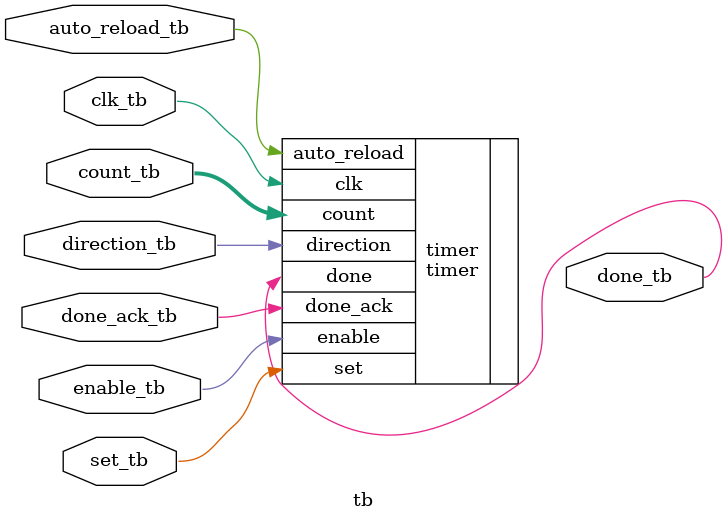
<source format=v>
`default_nettype none
`timescale 1ns/1ns

/*
this testbench just instantiates the module and makes some convenient wires
that can be driven / tested by the cocotb test.py
*/

module tb (
    // testbench is controlled by test/test_*.py files
	input wire clk_tb,
	input wire enable_tb,
	input wire set_tb,
	input wire direction_tb,
	input wire auto_reload_tb,
	input wire done_ack_tb,
	input wire [15:0] count_tb,
	output wire done_tb
);

    // instantiate the DUT
    timer timer(
        .clk (clk_tb),
        .enable (enable_tb),
        .set (set_tb),
        .direction (direction_tb),
        .auto_reload (auto_reload_tb),
        .done_ack (done_ack_tb),
        .count (count_tb),
        .done (done_tb)
    );

endmodule

</source>
